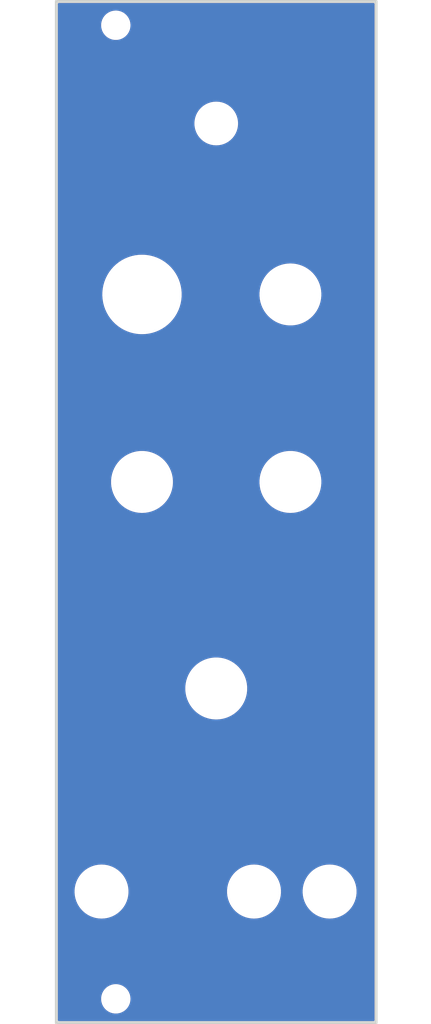
<source format=kicad_pcb>
(kicad_pcb (version 20211014) (generator pcbnew)
  (title_block (title "FX Module Panel") (date "2022-10-02") (rev "1.2") (company "Len Popp") (comment 1 "Copyright © 2022 Len Popp CC BY") (comment 2 "8 HP panel for Eurorack effects module"))
  (layers (0 "F.Cu" signal) (31 "B.Cu" signal) (34 "B.Paste" user) (35 "F.Paste" user) (36 "B.SilkS" user "B.Silkscreen") (37 "F.SilkS" user "F.Silkscreen") (38 "B.Mask" user) (39 "F.Mask" user) (44 "Edge.Cuts" user))
  (net 0 "")
  (footprint "-lmp-holes:MountingHole_Pot_Alpha" (layer "F.Cu") (at 89.5 86.87)
    (fp_text reference "REF**" hide)
    (fp_text value "MountingHole_Pot_Alpha")
    (pad "" np_thru_hole circle locked (at 0 0) (size 7.3 7.3) (drill 7.3) (layers *.Cu *.Mask))
  )
  (footprint "-lmp-holes:MountingHole_Pot_Alpha" (layer "F.Cu") (at 89.5 110.46)
    (fp_text reference "REF**" hide)
    (fp_text value "MountingHole_Pot_Alpha")
    (pad "" np_thru_hole circle locked (at 0 0) (size 7.3 7.3) (drill 7.3) (layers *.Cu *.Mask))
  )
  (footprint "-lmp-holes:MountingHole_Jack_3.5mm_PJ398" (layer "F.Cu") (at 84.9125 162)
    (fp_text reference "REF**" hide)
    (fp_text value "MountingHole_Jack_3.5mm_PJ398")
    (pad "" np_thru_hole circle locked (at 0 0) (size 6.3 6.3) (drill 6.3) (layers *.Cu *.Mask))
  )
  (footprint "-lmp-holes:MountingHole_Jack_3.5mm_PJ398" (layer "F.Cu") (at 65.7 162)
    (fp_text reference "REF**" hide)
    (fp_text value "MountingHole_Jack_3.5mm_PJ398")
    (pad "" np_thru_hole circle locked (at 0 0) (size 6.3 6.3) (drill 6.3) (layers *.Cu *.Mask))
  )
  (footprint "-lmp-holes:MountingHole_SW_Push_C&K_D6R" (layer "F.Cu") (at 70.8 86.87)
    (fp_text reference "REF**" hide)
    (fp_text value "MountingHole_SW_Push_C&K_D6R")
    (pad "" np_thru_hole circle (at 0 0) (size 9.5 9.5) (drill 9.5) (layers F&B.Cu *.Mask))
  )
  (footprint "-lmp-holes:MountingHole_Panel_3.2mm_M3" (layer "F.Cu") (at 67.5 175.5)
    (fp_text reference "REF**" hide)
    (fp_text value "MountingHole_Panel_3.2mm_M3")
    (pad "" np_thru_hole circle locked (at 0 0) (size 3.2 3.2) (drill 3.2) (layers *.Cu *.Mask))
  )
  (footprint "-lmp-holes:MountingHole_Jack_3.5mm_PJ398" (layer "F.Cu") (at 94.4375 162)
    (fp_text reference "REF**" hide)
    (fp_text value "MountingHole_Jack_3.5mm_PJ398")
    (pad "" np_thru_hole circle locked (at 0 0) (size 6.3 6.3) (drill 6.3) (layers *.Cu *.Mask))
  )
  (footprint "-lmp-holes:MountingHole_Pot_Alpha" (layer "F.Cu") (at 70.8 110.46)
    (fp_text reference "REF**" hide)
    (fp_text value "MountingHole_Pot_Alpha")
    (pad "" np_thru_hole circle locked (at 0 0) (size 7.3 7.3) (drill 7.3) (layers *.Cu *.Mask))
  )
  (footprint "-lmp-holes:MountingHole_Pot_Alpha" (layer "F.Cu") (at 80.153 136.447)
    (fp_text reference "REF**" hide)
    (fp_text value "MountingHole_Pot_Alpha")
    (pad "" np_thru_hole circle locked (at 0 0) (size 7.3 7.3) (drill 7.3) (layers *.Cu *.Mask))
  )
  (footprint "-lmp-holes:MountingHole_SW_Toggle_5mm" (layer "F.Cu") (at 80.153 65.36)
    (fp_text reference "REF**" hide)
    (fp_text value "MountingHole_SW_Toggle_5mm")
    (pad "" np_thru_hole circle locked (at 0 0) (size 5 5) (drill 5) (layers *.Cu *.Mask))
  )
  (footprint "-lmp-holes:MountingHole_Panel_3.2mm_M3" (layer "F.Cu") (at 67.5 53)
    (fp_text reference "REF**" hide)
    (fp_text value "MountingHole_Panel_3.2mm_M3")
    (pad "" np_thru_hole circle locked (at 0 0) (size 3.2 3.2) (drill 3.2) (layers *.Cu *.Mask))
  )
  (gr_line (start 60 178.5) (end 60 50) (layer "Edge.Cuts") (width 0.3556))
  (gr_line (start 100.3 50) (end 100.3 178.5) (layer "Edge.Cuts") (width 0.3556))
  (gr_line (start 60 50) (end 100.3 50) (layer "Edge.Cuts") (width 0.3556))
  (gr_line (start 100.3 178.5) (end 60 178.5) (layer "Edge.Cuts") (width 0.3556))
  (zone (net 0) (net_name "") (layers F&B.Cu) (connect_pads (clearance 0.2032)) (min_thickness 0.2032) (fill yes (thermal_gap 0.508) (thermal_bridge_width 0.508))
    (polygon (pts (xy 100.4 178.6) (xy 59.9 178.6) (xy 59.9 49.9) (xy 100.4 49.9)))
  )
)
</source>
